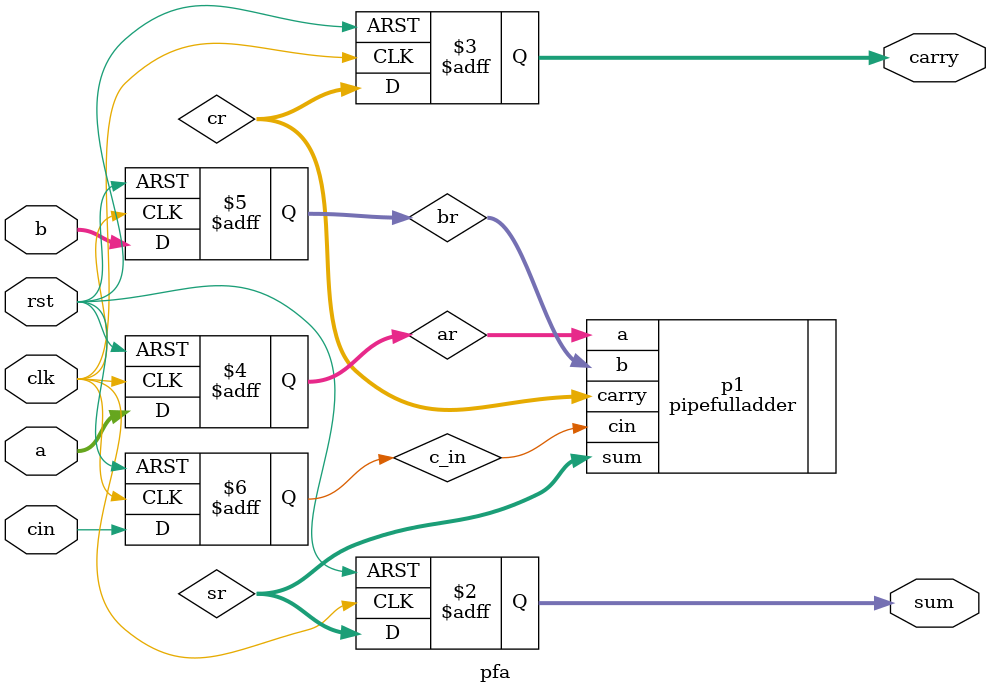
<source format=v>
`timescale 1ns / 1ps


module pfa(
input clk,
input rst,
input  [3:0]a,
input  [3:0]b,
input cin,
output  reg[3:0]sum,
output  reg[3:0]carry
    );
    reg [3:0] ar,br;
    reg c_in;
    wire [3:0] sr,cr;
    pipefulladder p1(.a(ar), .b(br), .cin(c_in), .sum(sr), .carry(cr));
    always @ (posedge clk or posedge rst) begin
    if(rst)
    begin
    ar<=4'b0000;
    br<=4'b0000;
    c_in<=1'b0;
    sum<=4'b0000;
    carry<=4'b0000;
    end
    else
    begin
    ar<=a;
    br<=b;
    c_in<=cin;
    sum<=sr;
    carry<=cr;
    end
    end

endmodule

</source>
